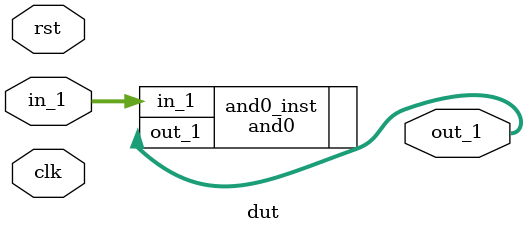
<source format=v>
/*
 * Created on Tue Jan 18 2022
 *
 * Copyright (c) 2022 IOA UCAS
 *
 * @Filename:	 dut.v
 * @Author:		 Jiawei Lin
 * @Last edit:	 10:15:35
 */
`resetall
`timescale 1ns / 1ps
`default_nettype none

/*
 * FracTCAM with match table and output and gate. 
 */
module dut #(
	parameter WIDTH = 5,
	parameter DEPTH = 64
) (
	input  wire clk,
	input  wire rst,
	input  wire [WIDTH*DEPTH-1:0] in_1,
	output wire [DEPTH-1:0] out_1
);

and0 #(
	.WIDTH(WIDTH),
	.DEPTH(DEPTH)
) and0_inst (
	.in_1(in_1),
	.out_1(out_1)
);

endmodule

`resetall
</source>
